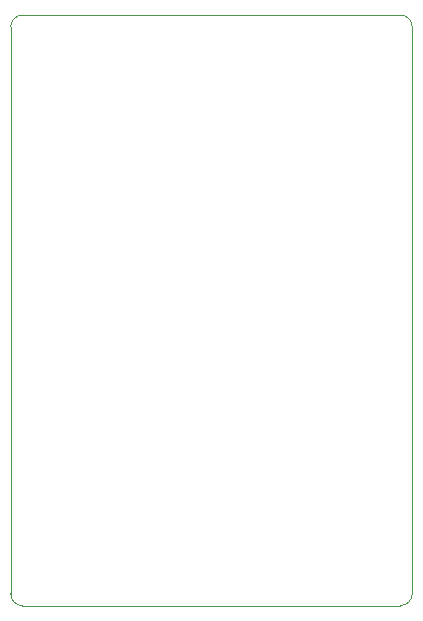
<source format=gko>
G04*
G04 #@! TF.GenerationSoftware,Altium Limited,Altium Designer,21.5.1 (32)*
G04*
G04 Layer_Color=16711935*
%FSLAX25Y25*%
%MOIN*%
G70*
G04*
G04 #@! TF.SameCoordinates,B44AFF20-6257-4841-829A-698601589143*
G04*
G04*
G04 #@! TF.FilePolarity,Positive*
G04*
G01*
G75*
%ADD37C,0.00394*%
D37*
X3937Y196850D02*
G03*
X-0Y192913I-0J-3937D01*
G01*
X133858D02*
G03*
X129921Y196850I-3937J-0D01*
G01*
Y0D02*
G03*
X133858Y3937I0J3937D01*
G01*
X0D02*
G03*
X3937Y0I3937J0D01*
G01*
X-0Y3937D02*
Y192913D01*
X3937Y196850D02*
X129921D01*
X133858Y3937D02*
Y192913D01*
X3937Y0D02*
X129921D01*
M02*

</source>
